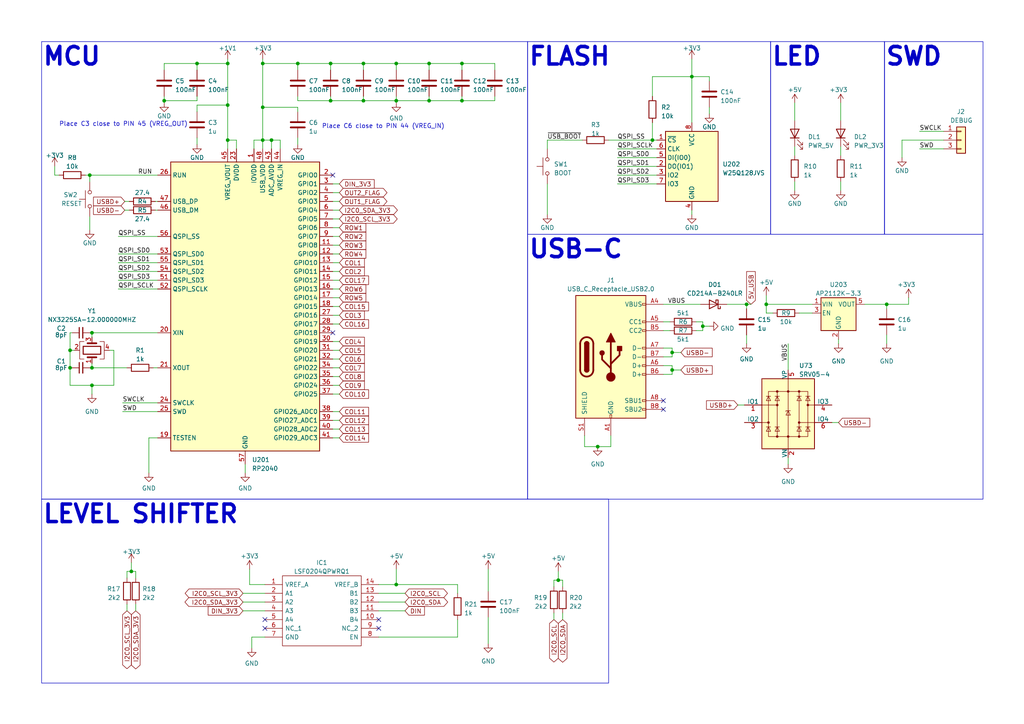
<source format=kicad_sch>
(kicad_sch (version 20231120) (generator "eeschema") (generator_version "8.0")
  (paper "A4")
  (title_block (title "The Typeuwu") (date "2025-01-14") (rev "1.0") (company "FG Labs"))
  (lib_symbols
    (symbol "Connector:USB_C_Receptacle_USB2.0" (pin_names (offset 1.016))
      (property "Reference" "J" (at -10.16 19.05 0))
      (property "Value" "USB_C_Receptacle_USB2.0" (at 19.05 19.05 0))
      (symbol "USB_C_Receptacle_USB2.0_1_1"
        (pin passive line (at 0 -22.86 90) (length 5.08) (name "GND") (number "A1"))
        (pin passive line (at 0 -22.86 90) (length 5.08) hide (name "GND") (number "A12"))
        (pin passive line (at 15.24 15.24 180) (length 5.08) (name "VBUS") (number "A4"))
        (pin bidirectional line (at 15.24 10.16 180) (length 5.08) (name "CC1") (number "A5"))
        (pin bidirectional line (at 15.24 -2.54 180) (length 5.08) (name "D+") (number "A6"))
        (pin bidirectional line (at 15.24 2.54 180) (length 5.08) (name "D-") (number "A7"))
        (pin bidirectional line (at 15.24 -12.7 180) (length 5.08) (name "SBU1") (number "A8"))
        (pin passive line (at 15.24 15.24 180) (length 5.08) hide (name "VBUS") (number "A9"))
        (pin passive line (at 0 -22.86 90) (length 5.08) hide (name "GND") (number "B1"))
        (pin passive line (at 0 -22.86 90) (length 5.08) hide (name "GND") (number "B12"))
        (pin passive line (at 15.24 15.24 180) (length 5.08) hide (name "VBUS") (number "B4"))
        (pin bidirectional line (at 15.24 7.62 180) (length 5.08) (name "CC2") (number "B5"))
        (pin bidirectional line (at 15.24 -5.08 180) (length 5.08) (name "D+") (number "B6"))
        (pin bidirectional line (at 15.24 0 180) (length 5.08) (name "D-") (number "B7"))
        (pin bidirectional line (at 15.24 -15.24 180) (length 5.08) (name "SBU2") (number "B8"))
        (pin passive line (at 15.24 15.24 180) (length 5.08) hide (name "VBUS") (number "B9"))
        (pin passive line (at -7.62 -22.86 90) (length 5.08) (name "SHIELD") (number "S1"))
      )
    )
    (symbol "Connector_Generic:Conn_01x03" (pin_names (offset 1.016) hide)
      (property "Reference" "J" (at 0 5.08 0))
      (property "Value" "Conn_01x03" (at 0 -5.08 0))
      (symbol "Conn_01x03_1_1"
        (pin passive line (at -5.08 2.54 0) (length 3.81) (name "Pin_1") (number "1"))
        (pin passive line (at -5.08 0 0) (length 3.81) (name "Pin_2") (number "2"))
        (pin passive line (at -5.08 -2.54 0) (length 3.81) (name "Pin_3") (number "3"))
      )
    )
    (symbol "Device:C" (pin_numbers hide) (pin_names (offset 0.254))
      (property "Reference" "C" (at 0.635 2.54 0))
      (property "Value" "C" (at 0.635 -2.54 0))
      (symbol "C_1_1"
        (pin passive line (at 0 3.81 270) (length 2.794) (name "~") (number "1"))
        (pin passive line (at 0 -3.81 90) (length 2.794) (name "~") (number "2"))
      )
    )
    (symbol "Device:C_Small" (pin_numbers hide) (pin_names (offset 0.254) hide)
      (property "Reference" "C" (at 0.254 1.778 0))
      (property "Value" "C_Small" (at 0.254 -2.032 0))
      (symbol "C_Small_1_1"
        (pin passive line (at 0 2.54 270) (length 2.032) (name "~") (number "1"))
        (pin passive line (at 0 -2.54 90) (length 2.032) (name "~") (number "2"))
      )
    )
    (symbol "Device:Crystal_GND24" (pin_names (offset 1.016) hide)
      (property "Reference" "Y" (at 3.175 5.08 0))
      (property "Value" "Crystal_GND24" (at 3.175 3.175 0))
      (symbol "Crystal_GND24_1_1"
        (pin passive line (at -3.81 0 0) (length 1.27) (name "1") (number "1"))
        (pin passive line (at 0 5.08 270) (length 1.27) (name "2") (number "2"))
        (pin passive line (at 3.81 0 180) (length 1.27) (name "3") (number "3"))
        (pin passive line (at 0 -5.08 90) (length 1.27) (name "4") (number "4"))
      )
    )
    (symbol "Device:D_Schottky" (pin_numbers hide) (pin_names (offset 1.016) hide)
      (property "Reference" "D" (at 0 2.54 0))
      (property "Value" "D_Schottky" (at 0 -2.54 0))
      (symbol "D_Schottky_1_1"
        (pin passive line (at -3.81 0 0) (length 2.54) (name "K") (number "1"))
        (pin passive line (at 3.81 0 180) (length 2.54) (name "A") (number "2"))
      )
    )
    (symbol "Device:LED" (pin_numbers hide) (pin_names (offset 1.016) hide)
      (property "Reference" "D" (at 0 2.54 0))
      (property "Value" "LED" (at 0 -2.54 0))
      (symbol "LED_1_1"
        (pin passive line (at -3.81 0 0) (length 2.54) (name "K") (number "1"))
        (pin passive line (at 3.81 0 180) (length 2.54) (name "A") (number "2"))
      )
    )
    (symbol "Device:R" (pin_numbers hide) (pin_names (offset 0))
      (property "Reference" "R" (at 2.032 0 90))
      (property "Value" "R" (at 0 0 90))
      (symbol "R_1_1"
        (pin passive line (at 0 3.81 270) (length 1.27) (name "~") (number "1"))
        (pin passive line (at 0 -3.81 90) (length 1.27) (name "~") (number "2"))
      )
    )
    (symbol "MCU_RaspberryPi:RP2040"
      (property "Reference" "U" (at 17.78 45.72 0))
      (property "Value" "RP2040" (at 17.78 43.18 0))
      (symbol "RP2040_1_1"
        (pin power_in line (at 2.54 45.72 270) (length 3.81) (name "IOVDD") (number "1"))
        (pin passive line (at 2.54 45.72 270) (length 3.81) hide (name "IOVDD") (number "10"))
        (pin bidirectional line (at 25.4 17.78 180) (length 3.81) (name "GPIO8") (number "11"))
        (pin bidirectional line (at 25.4 15.24 180) (length 3.81) (name "GPIO9") (number "12"))
        (pin bidirectional line (at 25.4 12.7 180) (length 3.81) (name "GPIO10") (number "13"))
        (pin bidirectional line (at 25.4 10.16 180) (length 3.81) (name "GPIO11") (number "14"))
        (pin bidirectional line (at 25.4 7.62 180) (length 3.81) (name "GPIO12") (number "15"))
        (pin bidirectional line (at 25.4 5.08 180) (length 3.81) (name "GPIO13") (number "16"))
        (pin bidirectional line (at 25.4 2.54 180) (length 3.81) (name "GPIO14") (number "17"))
        (pin bidirectional line (at 25.4 0 180) (length 3.81) (name "GPIO15") (number "18"))
        (pin input line (at -25.4 -38.1 0) (length 3.81) (name "TESTEN") (number "19"))
        (pin bidirectional line (at 25.4 38.1 180) (length 3.81) (name "GPIO0") (number "2"))
        (pin input line (at -25.4 -7.62 0) (length 3.81) (name "XIN") (number "20"))
        (pin passive line (at -25.4 -17.78 0) (length 3.81) (name "XOUT") (number "21"))
        (pin passive line (at 2.54 45.72 270) (length 3.81) hide (name "IOVDD") (number "22"))
        (pin power_in line (at -2.54 45.72 270) (length 3.81) (name "DVDD") (number "23"))
        (pin input line (at -25.4 -27.94 0) (length 3.81) (name "SWCLK") (number "24"))
        (pin bidirectional line (at -25.4 -30.48 0) (length 3.81) (name "SWD") (number "25"))
        (pin input line (at -25.4 38.1 0) (length 3.81) (name "RUN") (number "26"))
        (pin bidirectional line (at 25.4 -2.54 180) (length 3.81) (name "GPIO16") (number "27"))
        (pin bidirectional line (at 25.4 -5.08 180) (length 3.81) (name "GPIO17") (number "28"))
        (pin bidirectional line (at 25.4 -7.62 180) (length 3.81) (name "GPIO18") (number "29"))
        (pin bidirectional line (at 25.4 35.56 180) (length 3.81) (name "GPIO1") (number "3"))
        (pin bidirectional line (at 25.4 -10.16 180) (length 3.81) (name "GPIO19") (number "30"))
        (pin bidirectional line (at 25.4 -12.7 180) (length 3.81) (name "GPIO20") (number "31"))
        (pin bidirectional line (at 25.4 -15.24 180) (length 3.81) (name "GPIO21") (number "32"))
        (pin passive line (at 2.54 45.72 270) (length 3.81) hide (name "IOVDD") (number "33"))
        (pin bidirectional line (at 25.4 -17.78 180) (length 3.81) (name "GPIO22") (number "34"))
        (pin bidirectional line (at 25.4 -20.32 180) (length 3.81) (name "GPIO23") (number "35"))
        (pin bidirectional line (at 25.4 -22.86 180) (length 3.81) (name "GPIO24") (number "36"))
        (pin bidirectional line (at 25.4 -25.4 180) (length 3.81) (name "GPIO25") (number "37"))
        (pin bidirectional line (at 25.4 -30.48 180) (length 3.81) (name "GPIO26_ADC0") (number "38"))
        (pin bidirectional line (at 25.4 -33.02 180) (length 3.81) (name "GPIO27_ADC1") (number "39"))
        (pin bidirectional line (at 25.4 33.02 180) (length 3.81) (name "GPIO2") (number "4"))
        (pin bidirectional line (at 25.4 -35.56 180) (length 3.81) (name "GPIO28_ADC2") (number "40"))
        (pin bidirectional line (at 25.4 -38.1 180) (length 3.81) (name "GPIO29_ADC3") (number "41"))
        (pin passive line (at 2.54 45.72 270) (length 3.81) hide (name "IOVDD") (number "42"))
        (pin power_in line (at 7.62 45.72 270) (length 3.81) (name "ADC_AVDD") (number "43"))
        (pin power_in line (at 10.16 45.72 270) (length 3.81) (name "VREG_IN") (number "44"))
        (pin power_out line (at -5.08 45.72 270) (length 3.81) (name "VREG_VOUT") (number "45"))
        (pin bidirectional line (at -25.4 27.94 0) (length 3.81) (name "USB_DM") (number "46"))
        (pin bidirectional line (at -25.4 30.48 0) (length 3.81) (name "USB_DP") (number "47"))
        (pin power_in line (at 5.08 45.72 270) (length 3.81) (name "USB_VDD") (number "48"))
        (pin passive line (at 2.54 45.72 270) (length 3.81) hide (name "IOVDD") (number "49"))
        (pin bidirectional line (at 25.4 30.48 180) (length 3.81) (name "GPIO3") (number "5"))
        (pin passive line (at -2.54 45.72 270) (length 3.81) hide (name "DVDD") (number "50"))
        (pin bidirectional line (at -25.4 7.62 0) (length 3.81) (name "QSPI_SD3") (number "51"))
        (pin output line (at -25.4 5.08 0) (length 3.81) (name "QSPI_SCLK") (number "52"))
        (pin bidirectional line (at -25.4 15.24 0) (length 3.81) (name "QSPI_SD0") (number "53"))
        (pin bidirectional line (at -25.4 10.16 0) (length 3.81) (name "QSPI_SD2") (number "54"))
        (pin bidirectional line (at -25.4 12.7 0) (length 3.81) (name "QSPI_SD1") (number "55"))
        (pin bidirectional line (at -25.4 20.32 0) (length 3.81) (name "QSPI_SS") (number "56"))
        (pin power_in line (at 0 -45.72 90) (length 3.81) (name "GND") (number "57"))
        (pin bidirectional line (at 25.4 27.94 180) (length 3.81) (name "GPIO4") (number "6"))
        (pin bidirectional line (at 25.4 25.4 180) (length 3.81) (name "GPIO5") (number "7"))
        (pin bidirectional line (at 25.4 22.86 180) (length 3.81) (name "GPIO6") (number "8"))
        (pin bidirectional line (at 25.4 20.32 180) (length 3.81) (name "GPIO7") (number "9"))
      )
    )
    (symbol "Memory_Flash:W25Q128JVS"
      (property "Reference" "U" (at -8.89 8.89 0))
      (property "Value" "W25Q128JVS" (at 7.62 8.89 0))
      (symbol "W25Q128JVS_1_1"
        (pin input line (at -10.16 7.62 0) (length 2.54) (name "~{CS}") (number "1"))
        (pin bidirectional line (at -10.16 0 0) (length 2.54) (name "DO(IO1)") (number "2"))
        (pin bidirectional line (at -10.16 -2.54 0) (length 2.54) (name "IO2") (number "3"))
        (pin power_in line (at 0 -12.7 90) (length 2.54) (name "GND") (number "4"))
        (pin bidirectional line (at -10.16 2.54 0) (length 2.54) (name "DI(IO0)") (number "5"))
        (pin input line (at -10.16 5.08 0) (length 2.54) (name "CLK") (number "6"))
        (pin bidirectional line (at -10.16 -5.08 0) (length 2.54) (name "IO3") (number "7"))
        (pin power_in line (at 0 12.7 270) (length 2.54) (name "VCC") (number "8"))
      )
    )
    (symbol "Power_Protection:SRV05-4" (pin_names (offset 0))
      (property "Reference" "U" (at -5.08 11.43 0))
      (property "Value" "SRV05-4" (at 2.54 11.43 0))
      (symbol "SRV05-4_1_1"
        (pin passive line (at -12.7 2.54 0) (length 5.08) (name "IO1") (number "1"))
        (pin passive line (at 0 -12.7 90) (length 2.54) (name "VN") (number "2"))
        (pin passive line (at -12.7 -2.54 0) (length 5.08) (name "IO2") (number "3"))
        (pin passive line (at 12.7 2.54 180) (length 5.08) (name "IO3") (number "4"))
        (pin passive line (at 0 12.7 270) (length 2.54) (name "VP") (number "5"))
        (pin passive line (at 12.7 -2.54 180) (length 5.08) (name "IO4") (number "6"))
      )
    )
    (symbol "Regulator_Linear:AP2112K-3.3" (pin_names (offset 0.254))
      (property "Reference" "U" (at -5.08 5.715 0))
      (property "Value" "AP2112K-3.3" (at 0 5.715 0))
      (symbol "AP2112K-3.3_1_1"
        (pin power_in line (at -7.62 2.54 0) (length 2.54) (name "VIN") (number "1"))
        (pin power_in line (at 0 -7.62 90) (length 2.54) (name "GND") (number "2"))
        (pin input line (at -7.62 0 0) (length 2.54) (name "EN") (number "3"))
        (pin no_connect line (at 5.08 0 180) (length 2.54) hide (name "NC") (number "4"))
        (pin power_out line (at 7.62 2.54 180) (length 2.54) (name "VOUT") (number "5"))
      )
    )
    (symbol "SamacSys_Parts:LSF0204QPWRQ1" (pin_names (offset 0.762))
      (property "Reference" "IC" (at 29.21 7.62 0))
      (property "Value" "LSF0204QPWRQ1" (at 29.21 5.08 0))
      (symbol "LSF0204QPWRQ1_0_0"
        (pin passive line (at 0 0 0) (length 5.08) (name "VREF_A") (number "1"))
        (pin passive line (at 33.02 -10.16 180) (length 5.08) (name "B4") (number "10"))
        (pin passive line (at 33.02 -7.62 180) (length 5.08) (name "B3") (number "11"))
        (pin passive line (at 33.02 -5.08 180) (length 5.08) (name "B2") (number "12"))
        (pin passive line (at 33.02 -2.54 180) (length 5.08) (name "B1") (number "13"))
        (pin passive line (at 33.02 0 180) (length 5.08) (name "VREF_B") (number "14"))
        (pin passive line (at 0 -2.54 0) (length 5.08) (name "A1") (number "2"))
        (pin passive line (at 0 -5.08 0) (length 5.08) (name "A2") (number "3"))
        (pin passive line (at 0 -7.62 0) (length 5.08) (name "A3") (number "4"))
        (pin passive line (at 0 -10.16 0) (length 5.08) (name "A4") (number "5"))
        (pin passive line (at 0 -12.7 0) (length 5.08) (name "NC_1") (number "6"))
        (pin passive line (at 0 -15.24 0) (length 5.08) (name "GND") (number "7"))
        (pin passive line (at 33.02 -15.24 180) (length 5.08) (name "EN") (number "8"))
        (pin passive line (at 33.02 -12.7 180) (length 5.08) (name "NC_2") (number "9"))
      )
    )
    (symbol "Switch:SW_Push" (pin_numbers hide) (pin_names (offset 1.016) hide)
      (property "Reference" "SW" (at 1.27 2.54 0))
      (property "Value" "SW_Push" (at 0 -1.524 0))
      (symbol "SW_Push_0_1"
        (pin passive line (at -5.08 0 0) (length 2.54) (name "1") (number "1"))
        (pin passive line (at 5.08 0 180) (length 2.54) (name "2") (number "2"))
      )
    )
    (symbol "power:+1V1" (power) (pin_names (offset 0))
      (property "Value" "+1V1" (at 0 3.556 0))
      (symbol "+1V1_1_1"
        (pin power_in line (at 0 0 90) (length 0) hide (name "+1V1") (number "1"))
      )
    )
    (symbol "power:+3V3" (power) (pin_names (offset 0))
      (property "Value" "+3V3" (at 0 3.556 0))
      (symbol "+3V3_1_1"
        (pin power_in line (at 0 0 90) (length 0) hide (name "+3V3") (number "1"))
      )
    )
    (symbol "power:+5V" (power) (pin_names (offset 0))
      (property "Value" "+5V" (at 0 3.556 0))
      (symbol "+5V_1_1"
        (pin power_in line (at 0 0 90) (length 0) hide (name "+5V") (number "1"))
      )
    )
    (symbol "power:GND" (power) (pin_names (offset 0))
      (property "Value" "GND" (at 0 -3.81 0))
      (symbol "GND_1_1"
        (pin power_in line (at 0 0 270) (length 0) hide (name "GND") (number "1"))
      )
    )
  )
  (junction (at 66.04 30.48))
  (junction (at 216.535 88.265))
  (junction (at 95.885 29.21))
  (junction (at 20.32 101.6))
  (junction (at 86.36 18.415))
  (junction (at 38.1 165.735))
  (junction (at 26.67 106.68))
  (junction (at 189.23 40.64))
  (junction (at 26.035 50.8))
  (junction (at 194.945 107.315))
  (junction (at 114.935 18.415))
  (junction (at 124.46 18.415))
  (junction (at 173.355 129.54))
  (junction (at 20.32 106.68))
  (junction (at 26.67 96.52))
  (junction (at 200.66 22.225))
  (junction (at 76.2 18.415))
  (junction (at 161.925 168.275))
  (junction (at 78.74 40.64))
  (junction (at 105.41 29.21))
  (junction (at 47.625 29.21))
  (junction (at 133.985 29.21))
  (junction (at 95.885 18.415))
  (junction (at 57.15 18.415))
  (junction (at 194.945 102.235))
  (junction (at 66.04 40.64))
  (junction (at 222.25 88.265))
  (junction (at 114.935 169.545))
  (junction (at 76.2 40.64))
  (junction (at 133.985 18.415))
  (junction (at 105.41 18.415))
  (junction (at 203.835 94.615))
  (junction (at 66.04 18.415))
  (junction (at 76.2 31.115))
  (junction (at 26.67 111.76))
  (junction (at 124.46 29.21))
  (junction (at 114.935 29.21))
  (junction (at 257.175 88.265))
  (no_connect (at 96.52 50.8))
  (no_connect (at 192.405 116.205))
  (no_connect (at 192.405 118.745))
  (no_connect (at 96.52 96.52))
  (no_connect (at 76.835 182.245))
  (no_connect (at 109.855 179.705))
  (no_connect (at 76.835 179.705))
  (no_connect (at 109.855 182.245))
  (wire (pts (xy 105.41 18.415) (xy 105.41 20.32)))
  (wire (pts (xy 109.855 184.785) (xy 132.715 184.785)))
  (wire (pts (xy 192.405 88.265) (xy 203.2 88.265)))
  (wire (pts (xy 31.75 101.6) (xy 33.02 101.6)))
  (wire (pts (xy 201.93 95.885) (xy 203.835 95.885)))
  (wire (pts (xy 133.985 18.415) (xy 133.985 20.32)))
  (wire (pts (xy 44.45 106.68) (xy 45.72 106.68)))
  (wire (pts (xy 243.84 29.845) (xy 243.84 34.925)))
  (wire (pts (xy 169.545 126.365) (xy 169.545 129.54)))
  (wire (pts (xy 163.195 168.275) (xy 161.925 168.275)))
  (wire (pts (xy 257.175 88.265) (xy 257.175 89.535)))
  (wire (pts (xy 35.56 116.84) (xy 45.72 116.84)))
  (wire (pts (xy 36.83 165.735) (xy 38.1 165.735)))
  (wire (pts (xy 21.59 101.6) (xy 20.32 101.6)))
  (wire (pts (xy 57.15 40.005) (xy 57.15 41.91)))
  (wire (pts (xy 96.52 73.66) (xy 98.425 73.66)))
  (wire (pts (xy 71.12 137.16) (xy 71.12 134.62)))
  (wire (pts (xy 194.945 107.315) (xy 197.485 107.315)))
  (wire (pts (xy 213.995 117.475) (xy 215.9 117.475)))
  (wire (pts (xy 86.36 31.115) (xy 76.2 31.115)))
  (wire (pts (xy 114.935 18.415) (xy 114.935 20.32)))
  (wire (pts (xy 205.74 22.225) (xy 200.66 22.225)))
  (wire (pts (xy 76.2 18.415) (xy 76.2 31.115)))
  (wire (pts (xy 33.02 111.76) (xy 26.67 111.76)))
  (wire (pts (xy 160.655 177.8) (xy 160.655 179.705)))
  (wire (pts (xy 194.945 100.965) (xy 192.405 100.965)))
  (wire (pts (xy 96.52 109.22) (xy 98.425 109.22)))
  (wire (pts (xy 26.035 50.8) (xy 45.72 50.8)))
  (wire (pts (xy 20.955 96.52) (xy 20.32 96.52)))
  (wire (pts (xy 96.52 104.14) (xy 98.425 104.14)))
  (wire (pts (xy 68.58 40.64) (xy 68.58 43.18)))
  (wire (pts (xy 86.36 29.21) (xy 95.885 29.21)))
  (wire (pts (xy 47.625 29.21) (xy 57.15 29.21)))
  (wire (pts (xy 230.505 52.705) (xy 230.505 55.245)))
  (wire (pts (xy 76.835 169.545) (xy 72.39 169.545)))
  (wire (pts (xy 194.945 103.505) (xy 194.945 102.235)))
  (wire (pts (xy 39.37 165.735) (xy 38.1 165.735)))
  (wire (pts (xy 114.935 29.21) (xy 124.46 29.21)))
  (wire (pts (xy 95.885 18.415) (xy 95.885 20.32)))
  (wire (pts (xy 45.085 60.96) (xy 45.72 60.96)))
  (wire (pts (xy 96.52 127) (xy 98.425 127)))
  (wire (pts (xy 45.085 58.42) (xy 45.72 58.42)))
  (wire (pts (xy 76.2 31.115) (xy 76.2 40.64)))
  (wire (pts (xy 34.29 83.82) (xy 45.72 83.82)))
  (wire (pts (xy 222.25 90.805) (xy 222.25 88.265)))
  (wire (pts (xy 36.195 58.42) (xy 37.465 58.42)))
  (wire (pts (xy 95.885 18.415) (xy 105.41 18.415)))
  (wire (pts (xy 158.75 53.34) (xy 158.75 62.23)))
  (wire (pts (xy 17.145 50.8) (xy 15.875 50.8)))
  (wire (pts (xy 243.205 98.425) (xy 243.205 99.695)))
  (wire (pts (xy 66.04 30.48) (xy 66.04 40.64)))
  (wire (pts (xy 96.52 124.46) (xy 98.425 124.46)))
  (wire (pts (xy 73.025 184.785) (xy 73.025 187.96)))
  (wire (pts (xy 189.23 27.94) (xy 189.23 22.225)))
  (wire (pts (xy 66.04 40.64) (xy 68.58 40.64)))
  (wire (pts (xy 96.52 106.68) (xy 98.425 106.68)))
  (wire (pts (xy 26.67 111.76) (xy 26.67 114.3)))
  (wire (pts (xy 163.195 170.18) (xy 163.195 168.275)))
  (wire (pts (xy 86.36 18.415) (xy 95.885 18.415)))
  (wire (pts (xy 132.715 169.545) (xy 114.935 169.545)))
  (wire (pts (xy 39.37 167.64) (xy 39.37 165.735)))
  (wire (pts (xy 109.855 174.625) (xy 117.475 174.625)))
  (wire (pts (xy 179.07 50.8) (xy 190.5 50.8)))
  (wire (pts (xy 160.655 168.275) (xy 161.925 168.275)))
  (wire (pts (xy 81.28 40.64) (xy 78.74 40.64)))
  (wire (pts (xy 200.66 22.225) (xy 200.66 35.56)))
  (wire (pts (xy 96.52 93.98) (xy 98.425 93.98)))
  (wire (pts (xy 114.935 165.1) (xy 114.935 169.545)))
  (wire (pts (xy 132.715 172.085) (xy 132.715 169.545)))
  (wire (pts (xy 124.46 18.415) (xy 124.46 20.32)))
  (wire (pts (xy 189.23 40.64) (xy 190.5 40.64)))
  (wire (pts (xy 39.37 175.26) (xy 39.37 177.165)))
  (wire (pts (xy 105.41 29.21) (xy 105.41 27.94)))
  (wire (pts (xy 257.175 97.155) (xy 257.175 99.695)))
  (wire (pts (xy 117.475 177.165) (xy 109.855 177.165)))
  (wire (pts (xy 192.405 103.505) (xy 194.945 103.505)))
  (wire (pts (xy 230.505 29.845) (xy 230.505 34.925)))
  (wire (pts (xy 243.205 122.555) (xy 241.3 122.555)))
  (wire (pts (xy 114.935 29.21) (xy 114.935 27.94)))
  (wire (pts (xy 243.84 52.705) (xy 243.84 55.245)))
  (wire (pts (xy 76.2 17.145) (xy 76.2 18.415)))
  (wire (pts (xy 189.23 35.56) (xy 189.23 40.64)))
  (wire (pts (xy 224.155 90.805) (xy 222.25 90.805)))
  (wire (pts (xy 20.32 106.68) (xy 20.955 106.68)))
  (wire (pts (xy 26.67 106.68) (xy 26.67 105.41)))
  (wire (pts (xy 96.52 66.04) (xy 98.425 66.04)))
  (wire (pts (xy 96.52 55.88) (xy 98.425 55.88)))
  (wire (pts (xy 203.835 94.615) (xy 205.74 94.615)))
  (wire (pts (xy 114.935 18.415) (xy 124.46 18.415)))
  (wire (pts (xy 26.035 50.8) (xy 26.035 52.705)))
  (wire (pts (xy 169.545 129.54) (xy 173.355 129.54)))
  (wire (pts (xy 20.32 96.52) (xy 20.32 101.6)))
  (wire (pts (xy 96.52 88.9) (xy 98.425 88.9)))
  (wire (pts (xy 179.07 48.26) (xy 190.5 48.26)))
  (wire (pts (xy 36.83 167.64) (xy 36.83 165.735)))
  (wire (pts (xy 66.04 17.145) (xy 66.04 18.415)))
  (wire (pts (xy 96.52 78.74) (xy 98.425 78.74)))
  (wire (pts (xy 66.04 18.415) (xy 57.15 18.415)))
  (wire (pts (xy 179.07 45.72) (xy 190.5 45.72)))
  (wire (pts (xy 34.29 78.74) (xy 45.72 78.74)))
  (wire (pts (xy 86.36 40.005) (xy 86.36 41.91)))
  (wire (pts (xy 163.195 177.8) (xy 163.195 179.705)))
  (wire (pts (xy 158.75 40.64) (xy 168.91 40.64)))
  (wire (pts (xy 192.405 108.585) (xy 194.945 108.585)))
  (wire (pts (xy 200.66 60.96) (xy 200.66 62.23)))
  (wire (pts (xy 96.52 63.5) (xy 98.425 63.5)))
  (wire (pts (xy 263.525 88.265) (xy 257.175 88.265)))
  (wire (pts (xy 20.32 101.6) (xy 20.32 106.68)))
  (wire (pts (xy 273.685 40.64) (xy 261.62 40.64)))
  (wire (pts (xy 43.18 127) (xy 43.18 137.16)))
  (wire (pts (xy 98.425 53.34) (xy 96.52 53.34)))
  (wire (pts (xy 57.15 32.385) (xy 57.15 30.48)))
  (wire (pts (xy 194.31 95.885) (xy 192.405 95.885)))
  (wire (pts (xy 36.195 60.96) (xy 37.465 60.96)))
  (wire (pts (xy 15.875 50.8) (xy 15.875 48.26)))
  (wire (pts (xy 216.535 97.155) (xy 216.535 99.695)))
  (wire (pts (xy 261.62 40.64) (xy 261.62 45.72)))
  (wire (pts (xy 34.29 76.2) (xy 45.72 76.2)))
  (wire (pts (xy 70.485 177.165) (xy 76.835 177.165)))
  (wire (pts (xy 158.75 43.18) (xy 158.75 40.64)))
  (wire (pts (xy 114.935 29.21) (xy 114.935 29.845)))
  (wire (pts (xy 47.625 18.415) (xy 57.15 18.415)))
  (wire (pts (xy 124.46 18.415) (xy 133.985 18.415)))
  (wire (pts (xy 26.035 106.68) (xy 26.67 106.68)))
  (wire (pts (xy 36.83 106.68) (xy 26.67 106.68)))
  (wire (pts (xy 57.15 30.48) (xy 66.04 30.48)))
  (wire (pts (xy 109.855 172.085) (xy 117.475 172.085)))
  (wire (pts (xy 78.74 40.64) (xy 76.2 40.64)))
  (wire (pts (xy 66.04 43.18) (xy 66.04 40.64)))
  (wire (pts (xy 143.51 29.21) (xy 143.51 27.94)))
  (wire (pts (xy 26.67 96.52) (xy 45.72 96.52)))
  (wire (pts (xy 35.56 119.38) (xy 45.72 119.38)))
  (wire (pts (xy 96.52 83.82) (xy 98.425 83.82)))
  (wire (pts (xy 45.72 127) (xy 43.18 127)))
  (wire (pts (xy 263.525 86.36) (xy 263.525 88.265)))
  (wire (pts (xy 203.835 95.885) (xy 203.835 94.615)))
  (wire (pts (xy 222.25 88.265) (xy 235.585 88.265)))
  (wire (pts (xy 26.035 96.52) (xy 26.67 96.52)))
  (wire (pts (xy 33.02 101.6) (xy 33.02 111.76)))
  (wire (pts (xy 230.505 42.545) (xy 230.505 45.085)))
  (wire (pts (xy 81.28 43.18) (xy 81.28 40.64)))
  (wire (pts (xy 73.66 43.18) (xy 73.66 40.64)))
  (wire (pts (xy 78.74 43.18) (xy 78.74 40.64)))
  (wire (pts (xy 222.25 85.725) (xy 222.25 88.265)))
  (wire (pts (xy 26.035 62.865) (xy 26.035 66.675)))
  (wire (pts (xy 96.52 86.36) (xy 98.425 86.36)))
  (wire (pts (xy 250.825 88.265) (xy 257.175 88.265)))
  (wire (pts (xy 133.985 18.415) (xy 143.51 18.415)))
  (wire (pts (xy 179.07 43.18) (xy 190.5 43.18)))
  (wire (pts (xy 105.41 29.21) (xy 114.935 29.21)))
  (wire (pts (xy 216.535 88.265) (xy 216.535 89.535)))
  (wire (pts (xy 124.46 29.21) (xy 133.985 29.21)))
  (wire (pts (xy 76.835 184.785) (xy 73.025 184.785)))
  (wire (pts (xy 47.625 20.32) (xy 47.625 18.415)))
  (wire (pts (xy 86.36 18.415) (xy 86.36 20.32)))
  (wire (pts (xy 96.52 121.92) (xy 98.425 121.92)))
  (wire (pts (xy 36.83 175.26) (xy 36.83 177.165)))
  (wire (pts (xy 70.485 174.625) (xy 76.835 174.625)))
  (wire (pts (xy 95.885 29.21) (xy 105.41 29.21)))
  (wire (pts (xy 228.6 99.695) (xy 228.6 107.315)))
  (wire (pts (xy 203.835 93.345) (xy 203.835 94.615)))
  (wire (pts (xy 141.605 179.07) (xy 141.605 186.69)))
  (wire (pts (xy 243.84 42.545) (xy 243.84 45.085)))
  (wire (pts (xy 66.04 18.415) (xy 66.04 30.48)))
  (wire (pts (xy 47.625 29.21) (xy 47.625 29.845)))
  (wire (pts (xy 133.985 29.21) (xy 133.985 27.94)))
  (wire (pts (xy 194.945 106.045) (xy 192.405 106.045)))
  (wire (pts (xy 109.855 169.545) (xy 114.935 169.545)))
  (wire (pts (xy 194.31 93.345) (xy 192.405 93.345)))
  (wire (pts (xy 266.7 38.1) (xy 273.685 38.1)))
  (wire (pts (xy 266.7 43.18) (xy 273.685 43.18)))
  (wire (pts (xy 194.945 108.585) (xy 194.945 107.315)))
  (wire (pts (xy 34.29 73.66) (xy 45.72 73.66)))
  (wire (pts (xy 96.52 76.2) (xy 98.425 76.2)))
  (wire (pts (xy 57.15 27.94) (xy 57.15 29.21)))
  (wire (pts (xy 96.52 68.58) (xy 98.425 68.58)))
  (wire (pts (xy 205.74 23.495) (xy 205.74 22.225)))
  (wire (pts (xy 24.765 50.8) (xy 26.035 50.8)))
  (wire (pts (xy 47.625 27.94) (xy 47.625 29.21)))
  (wire (pts (xy 200.66 17.145) (xy 200.66 22.225)))
  (wire (pts (xy 105.41 18.415) (xy 114.935 18.415)))
  (wire (pts (xy 228.6 132.715) (xy 228.6 134.62)))
  (wire (pts (xy 210.82 88.265) (xy 216.535 88.265)))
  (wire (pts (xy 38.1 165.735) (xy 38.1 163.195)))
  (wire (pts (xy 189.23 22.225) (xy 200.66 22.225)))
  (wire (pts (xy 96.52 60.96) (xy 98.425 60.96)))
  (wire (pts (xy 57.15 20.32) (xy 57.15 18.415)))
  (wire (pts (xy 96.52 101.6) (xy 98.425 101.6)))
  (wire (pts (xy 177.165 126.365) (xy 177.165 129.54)))
  (wire (pts (xy 141.605 165.1) (xy 141.605 171.45)))
  (wire (pts (xy 73.66 40.64) (xy 76.2 40.64)))
  (wire (pts (xy 161.925 168.275) (xy 161.925 165.735)))
  (wire (pts (xy 231.775 90.805) (xy 235.585 90.805)))
  (wire (pts (xy 194.945 107.315) (xy 194.945 106.045)))
  (wire (pts (xy 86.36 29.21) (xy 86.36 27.94)))
  (wire (pts (xy 205.74 31.115) (xy 205.74 33.02)))
  (wire (pts (xy 76.2 18.415) (xy 86.36 18.415)))
  (wire (pts (xy 96.52 114.3) (xy 98.425 114.3)))
  (wire (pts (xy 72.39 169.545) (xy 72.39 165.1)))
  (wire (pts (xy 176.53 40.64) (xy 189.23 40.64)))
  (wire (pts (xy 96.52 71.12) (xy 98.425 71.12)))
  (wire (pts (xy 194.945 102.235) (xy 197.485 102.235)))
  (wire (pts (xy 70.485 172.085) (xy 76.835 172.085)))
  (wire (pts (xy 143.51 18.415) (xy 143.51 20.32)))
  (wire (pts (xy 96.52 81.28) (xy 98.425 81.28)))
  (wire (pts (xy 96.52 119.38) (xy 98.425 119.38)))
  (wire (pts (xy 95.885 29.21) (xy 95.885 27.94)))
  (wire (pts (xy 132.715 184.785) (xy 132.715 179.705)))
  (wire (pts (xy 160.655 170.18) (xy 160.655 168.275)))
  (wire (pts (xy 96.52 99.06) (xy 98.425 99.06)))
  (wire (pts (xy 194.945 102.235) (xy 194.945 100.965)))
  (wire (pts (xy 216.535 88.265) (xy 217.805 88.265)))
  (wire (pts (xy 20.32 106.68) (xy 20.32 111.76)))
  (wire (pts (xy 96.52 111.76) (xy 98.425 111.76)))
  (wire (pts (xy 201.93 93.345) (xy 203.835 93.345)))
  (wire (pts (xy 98.425 58.42) (xy 96.52 58.42)))
  (wire (pts (xy 76.2 40.64) (xy 76.2 43.18)))
  (wire (pts (xy 177.165 129.54) (xy 173.355 129.54)))
  (wire (pts (xy 34.29 81.28) (xy 45.72 81.28)))
  (wire (pts (xy 20.32 111.76) (xy 26.67 111.76)))
  (wire (pts (xy 26.67 97.79) (xy 26.67 96.52)))
  (wire (pts (xy 124.46 27.94) (xy 124.46 29.21)))
  (wire (pts (xy 96.52 91.44) (xy 98.425 91.44)))
  (wire (pts (xy 179.07 53.34) (xy 190.5 53.34)))
  (wire (pts (xy 86.36 32.385) (xy 86.36 31.115)))
  (wire (pts (xy 133.985 29.21) (xy 143.51 29.21)))
  (wire (pts (xy 34.29 68.58) (xy 45.72 68.58)))
  (rectangle (start 12.065 12.065) (end 153.035 144.78))
  (rectangle (start 256.54 12.065) (end 285.115 67.945))
  (rectangle (start 223.52 12.065) (end 256.54 67.945))
  (rectangle (start 153.035 67.945) (end 285.115 144.78))
  (rectangle (start 12.065 144.78) (end 176.53 198.12))
  (rectangle (start 153.035 12.065) (end 223.52 67.945))
  (text "MCU" (at 12.065 16.51 0) (effects (font (size 5.08 5.08) (thickness 1.016) (bold yes)) (justify left)))
  (text "LED" (at 223.52 16.51 0) (effects (font (size 5.08 5.08) (thickness 1.016) (bold yes)) (justify left)))
  (text "Place C6 close to PIN 44 (VREG_IN)" (at 93.345 37.465 0) (effects (font (size 1.27 1.27)) (justify left bottom)))
  (text "SWD" (at 256.54 16.51 0) (effects (font (size 5.08 5.08) (thickness 1.016) (bold yes)) (justify left)))
  (text "FLASH" (at 153.035 16.51 0) (effects (font (size 5.08 5.08) (thickness 1.016) (bold yes)) (justify left)))
  (text "Place C3 close to PIN 45 (VREG_OUT)" (at 17.145 36.83 0) (effects (font (size 1.27 1.27)) (justify left bottom)))
  (text "LEVEL SHIFTER" (at 12.065 149.225 0) (effects (font (size 5.08 5.08) (thickness 1.016) (bold yes)) (justify left)))
  (text "USB-C" (at 153.035 72.39 0) (effects (font (size 5.08 5.08) (thickness 1.016) (bold yes)) (justify left)))
  (label "QSPI_SCLK" (at 179.07 43.18 0))
  (label "VBUS" (at 228.6 104.775 90))
  (label "VBUS" (at 193.675 88.265 0))
  (label "SWD" (at 266.7 43.18 0))
  (label "QSPI_SD3" (at 179.07 53.34 0))
  (label "QSPI_SD1" (at 34.29 76.2 0))
  (label "QSPI_SD2" (at 34.29 78.74 0))
  (label "QSPI_SD0" (at 179.07 45.72 0))
  (label "QSPI_SD3" (at 34.29 81.28 0))
  (label "QSPI_SS" (at 179.07 40.64 0))
  (label "~{USB_BOOT}" (at 158.75 40.64 0))
  (label "QSPI_SD0" (at 34.29 73.66 0))
  (label "QSPI_SS" (at 34.29 68.58 0))
  (label "QSPI_SD1" (at 179.07 48.26 0))
  (label "SWD" (at 35.56 119.38 0))
  (label "SWCLK" (at 35.56 116.84 0))
  (label "QSPI_SD2" (at 179.07 50.8 0))
  (label "RUN" (at 40.005 50.8 0))
  (label "QSPI_SCLK" (at 34.29 83.82 0))
  (label "SWCLK" (at 266.7 38.1 0))
  (global_label "DIN_3V3" (shape input) (at 98.425 53.34 0) (property "Intersheetrefs" "${INTERSHEET_REFS}" (effects (hide yes))))
  (global_label "OUT2_FLAG" (shape bidirectional) (at 98.425 55.88 0) (property "Intersheetrefs" "${INTERSHEET_REFS}" (effects (hide yes))))
  (global_label "ROW5" (shape input) (at 98.425 86.36 0) (property "Intersheetrefs" "${INTERSHEET_REFS}" (effects (hide yes))))
  (global_label "COL12" (shape input) (at 98.425 121.92 0) (property "Intersheetrefs" "${INTERSHEET_REFS}" (effects (hide yes))))
  (global_label "COL1" (shape input) (at 98.425 76.2 0) (property "Intersheetrefs" "${INTERSHEET_REFS}" (effects (hide yes))))
  (global_label "I2C0_SCL" (shape bidirectional) (at 117.475 172.085 0) (property "Intersheetrefs" "${INTERSHEET_REFS}" (effects (hide yes))))
  (global_label "COL6" (shape input) (at 98.425 104.14 0) (property "Intersheetrefs" "${INTERSHEET_REFS}" (effects (hide yes))))
  (global_label "COL9" (shape input) (at 98.425 111.76 0) (property "Intersheetrefs" "${INTERSHEET_REFS}" (effects (hide yes))))
  (global_label "DIN" (shape input) (at 117.475 177.165 0) (property "Intersheetrefs" "${INTERSHEET_REFS}" (effects (hide yes))))
  (global_label "COL13" (shape input) (at 98.425 124.46 0) (property "Intersheetrefs" "${INTERSHEET_REFS}" (effects (hide yes))))
  (global_label "ROW4" (shape input) (at 98.425 73.66 0) (property "Intersheetrefs" "${INTERSHEET_REFS}" (effects (hide yes))))
  (global_label "USBD+" (shape input) (at 36.195 58.42 180) (property "Intersheetrefs" "${INTERSHEET_REFS}" (effects (hide yes))) (property "Netclass" "USB90" (effects (hide yes))))
  (global_label "USBD-" (shape input) (at 36.195 60.96 180) (property "Intersheetrefs" "${INTERSHEET_REFS}" (effects (hide yes))) (property "Netclass" "USB90" (effects (hide yes))))
  (global_label "COL2" (shape input) (at 98.425 78.74 0) (property "Intersheetrefs" "${INTERSHEET_REFS}" (effects (hide yes))))
  (global_label "COL10" (shape input) (at 98.425 114.3 0) (property "Intersheetrefs" "${INTERSHEET_REFS}" (effects (hide yes))))
  (global_label "COL16" (shape input) (at 98.425 93.98 0) (property "Intersheetrefs" "${INTERSHEET_REFS}" (effects (hide yes))))
  (global_label "COL4" (shape input) (at 98.425 99.06 0) (property "Intersheetrefs" "${INTERSHEET_REFS}" (effects (hide yes))))
  (global_label "COL15" (shape input) (at 98.425 88.9 0) (property "Intersheetrefs" "${INTERSHEET_REFS}" (effects (hide yes))))
  (global_label "I2C0_SDA" (shape bidirectional) (at 163.195 179.705 270) (property "Intersheetrefs" "${INTERSHEET_REFS}" (effects (hide yes))))
  (global_label "ROW1" (shape input) (at 98.425 66.04 0) (property "Intersheetrefs" "${INTERSHEET_REFS}" (effects (hide yes))))
  (global_label "COL17" (shape input) (at 98.425 81.28 0) (property "Intersheetrefs" "${INTERSHEET_REFS}" (effects (hide yes))))
  (global_label "DIN_3V3" (shape input) (at 70.485 177.165 180) (property "Intersheetrefs" "${INTERSHEET_REFS}" (effects (hide yes))))
  (global_label "I2C0_SDA_3V3" (shape bidirectional) (at 70.485 174.625 180) (property "Intersheetrefs" "${INTERSHEET_REFS}" (effects (hide yes))))
  (global_label "ROW2" (shape input) (at 98.425 68.58 0) (property "Intersheetrefs" "${INTERSHEET_REFS}" (effects (hide yes))))
  (global_label "USBD-" (shape input) (at 197.485 102.235 0) (property "Intersheetrefs" "${INTERSHEET_REFS}" (effects (hide yes))) (property "Netclass" "USB90" (effects (hide yes))))
  (global_label "COL3" (shape input) (at 98.425 91.44 0) (property "Intersheetrefs" "${INTERSHEET_REFS}" (effects (hide yes))))
  (global_label "COL14" (shape input) (at 98.425 127 0) (property "Intersheetrefs" "${INTERSHEET_REFS}" (effects (hide yes))))
  (global_label "I2C0_SCL_3V3" (shape bidirectional) (at 98.425 63.5 0) (property "Intersheetrefs" "${INTERSHEET_REFS}" (effects (hide yes))))
  (global_label "I2C0_SDA_3V3" (shape bidirectional) (at 98.425 60.96 0) (property "Intersheetrefs" "${INTERSHEET_REFS}" (effects (hide yes))))
  (global_label "ROW3" (shape input) (at 98.425 71.12 0) (property "Intersheetrefs" "${INTERSHEET_REFS}" (effects (hide yes))))
  (global_label "I2C0_SCL_3V3" (shape bidirectional) (at 36.83 177.165 270) (property "Intersheetrefs" "${INTERSHEET_REFS}" (effects (hide yes))))
  (global_label "5V_USB" (shape input) (at 217.805 88.265 90) (property "Intersheetrefs" "${INTERSHEET_REFS}" (effects (hide yes))))
  (global_label "I2C0_SCL_3V3" (shape bidirectional) (at 70.485 172.085 180) (property "Intersheetrefs" "${INTERSHEET_REFS}" (effects (hide yes))))
  (global_label "I2C0_SDA" (shape bidirectional) (at 117.475 174.625 0) (property "Intersheetrefs" "${INTERSHEET_REFS}" (effects (hide yes))))
  (global_label "USBD+" (shape input) (at 213.995 117.475 180) (property "Intersheetrefs" "${INTERSHEET_REFS}" (effects (hide yes))) (property "Netclass" "USB90" (effects (hide yes))))
  (global_label "I2C0_SDA_3V3" (shape bidirectional) (at 39.37 177.165 270) (property "Intersheetrefs" "${INTERSHEET_REFS}" (effects (hide yes))))
  (global_label "COL7" (shape input) (at 98.425 106.68 0) (property "Intersheetrefs" "${INTERSHEET_REFS}" (effects (hide yes))))
  (global_label "COL8" (shape input) (at 98.425 109.22 0) (property "Intersheetrefs" "${INTERSHEET_REFS}" (effects (hide yes))))
  (global_label "COL11" (shape input) (at 98.425 119.38 0) (property "Intersheetrefs" "${INTERSHEET_REFS}" (effects (hide yes))))
  (global_label "OUT1_FLAG" (shape bidirectional) (at 98.425 58.42 0) (property "Intersheetrefs" "${INTERSHEET_REFS}" (effects (hide yes))))
  (global_label "ROW6" (shape input) (at 98.425 83.82 0) (property "Intersheetrefs" "${INTERSHEET_REFS}" (effects (hide yes))))
  (global_label "I2C0_SCL" (shape bidirectional) (at 160.655 179.705 270) (property "Intersheetrefs" "${INTERSHEET_REFS}" (effects (hide yes))))
  (global_label "USBD-" (shape input) (at 243.205 122.555 0) (property "Intersheetrefs" "${INTERSHEET_REFS}" (effects (hide yes))) (property "Netclass" "USB90" (effects (hide yes))))
  (global_label "COL5" (shape input) (at 98.425 101.6 0) (property "Intersheetrefs" "${INTERSHEET_REFS}" (effects (hide yes))))
  (global_label "USBD+" (shape input) (at 197.485 107.315 0) (property "Intersheetrefs" "${INTERSHEET_REFS}" (effects (hide yes))) (property "Netclass" "USB90" (effects (hide yes))))
  (symbol (lib_id "power:+3V3") (at 38.1 163.195 0) (unit 1)
    (property "Reference" "#PWR071" (effects (hide yes)))
    (property "Value" "+3V3" (at 38.1 160.02 0))
  )
  (symbol (lib_id "power:GND") (at 261.62 45.72 0) (unit 1)
    (property "Reference" "#PWR023" (effects (hide yes)))
    (property "Value" "GND" (at 261.62 49.53 0))
  )
  (symbol (lib_id "power:+5V") (at 114.935 165.1 0) (unit 1)
    (property "Reference" "#PWR077" (effects (hide yes)))
    (property "Value" "+5V" (at 114.935 161.29 0))
  )
  (symbol (lib_id "power:GND") (at 43.18 137.16 0) (unit 1)
    (property "Reference" "#PWR09" (effects (hide yes)))
    (property "Value" "GND" (at 43.18 141.605 0))
  )
  (symbol (lib_id "Device:C") (at 114.935 24.13 0) (unit 1)
    (property "Reference" "C10" (at 118.11 23.495 0) (effects (justify left)))
    (property "Value" "100nF" (at 118.11 26.035 0) (effects (justify left)))
    (property "Footprint" "Capacitor_SMD:C_0603_1608Metric" (effects (hide yes)))
  )
  (symbol (lib_id "power:+3V3") (at 200.66 17.145 0) (unit 1)
    (property "Reference" "#PWR06" (effects (hide yes)))
    (property "Value" "+3V3" (at 200.66 13.97 0))
  )
  (symbol (lib_id "power:+3V3") (at 243.84 29.845 0) (unit 1)
    (property "Reference" "#PWR018" (effects (hide yes)))
    (property "Value" "+3V3" (at 243.205 26.035 0))
  )
  (symbol (lib_id "power:GND") (at 26.035 66.675 0) (unit 1)
    (property "Reference" "#PWR022" (effects (hide yes)))
    (property "Value" "GND" (at 26.035 70.485 0))
  )
  (symbol (lib_id "power:GND") (at 141.605 186.69 0) (unit 1)
    (property "Reference" "#PWR089" (effects (hide yes)))
    (property "Value" "GND" (at 141.605 191.77 0))
  )
  (symbol (lib_id "power:GND") (at 57.15 41.91 0) (unit 1)
    (property "Reference" "#PWR02" (effects (hide yes)))
    (property "Value" "GND" (at 57.15 45.72 0))
  )
  (symbol (lib_id "Device:R") (at 198.12 93.345 90) (unit 1)
    (property "Reference" "R6" (at 198.12 93.345 90))
    (property "Value" "5k1" (at 198.12 90.805 90))
    (property "Footprint" "Resistor_SMD:R_0603_1608Metric" (effects (hide yes)))
  )
  (symbol (lib_id "power:GND") (at 173.355 129.54 0) (unit 1)
    (property "Reference" "#PWR013" (effects (hide yes)))
    (property "Value" "GND" (at 173.355 134.62 0))
  )
  (symbol (lib_id "Device:R") (at 230.505 48.895 0) (unit 1)
    (property "Reference" "R10" (at 233.045 48.26 0) (effects (justify left)))
    (property "Value" "1k" (at 233.045 50.8 0) (effects (justify left)))
    (property "Footprint" "Resistor_SMD:R_0603_1608Metric" (effects (hide yes)))
  )
  (symbol (lib_id "power:+5V") (at 141.605 165.1 0) (unit 1)
    (property "Reference" "#PWR086" (effects (hide yes)))
    (property "Value" "+5V" (at 141.605 161.29 0))
  )
  (symbol (lib_id "Device:C_Small") (at 23.495 106.68 90) (unit 1)
    (property "Reference" "C1" (at 17.78 104.775 90))
    (property "Value" "8pF" (at 17.78 106.68 90))
    (property "Footprint" "Capacitor_SMD:C_0603_1608Metric" (effects (hide yes)))
  )
  (symbol (lib_id "Device:C") (at 216.535 93.345 0) (unit 1)
    (property "Reference" "C15" (at 219.71 92.71 0) (effects (justify left)))
    (property "Value" "1u" (at 219.71 95.25 0) (effects (justify left)))
    (property "Footprint" "Capacitor_SMD:C_0603_1608Metric" (effects (hide yes)))
  )
  (symbol (lib_id "power:+3V3") (at 15.875 48.26 0) (unit 1)
    (property "Reference" "#PWR014" (effects (hide yes)))
    (property "Value" "+3V3" (at 15.875 45.085 0))
  )
  (symbol (lib_id "power:GND") (at 158.75 62.23 0) (unit 1)
    (property "Reference" "#PWR08" (effects (hide yes)))
    (property "Value" "GND" (at 158.75 66.04 0))
  )
  (symbol (lib_id "Device:R") (at 20.955 50.8 90) (unit 1)
    (property "Reference" "R8" (at 20.955 45.72 90))
    (property "Value" "10k" (at 20.955 48.26 90))
    (property "Footprint" "Resistor_SMD:R_0603_1608Metric" (effects (hide yes)))
  )
  (symbol (lib_id "Power_Protection:SRV05-4") (at 228.6 120.015 0) (unit 1)
    (property "Reference" "U73" (at 231.7497 106.045 0) (effects (justify left)))
    (property "Value" "SRV05-4" (at 231.7497 108.585 0) (effects (justify left)))
    (property "Footprint" "Package_TO_SOT_SMD:SOT-23-6" (effects (hide yes)))
    (property "Datasheet" "http://www.onsemi.com/pub/Collateral/SRV05-4-D.PDF" (effects (hide yes)))
  )
  (symbol (lib_id "power:+5V") (at 230.505 29.845 0) (unit 1)
    (property "Reference" "#PWR025" (effects (hide yes)))
    (property "Value" "+5V" (at 230.505 26.035 0))
  )
  (symbol (lib_id "power:GND") (at 26.67 114.3 0) (unit 1)
    (property "Reference" "#PWR01" (effects (hide yes)))
    (property "Value" "GND" (at 26.67 119.38 0))
  )
  (symbol (lib_id "power:+5V") (at 161.925 165.735 0) (unit 1)
    (property "Reference" "#PWR080" (effects (hide yes)))
    (property "Value" "+5V" (at 161.925 161.925 0))
  )
  (symbol (lib_id "power:GND") (at 47.625 29.845 0) (unit 1)
    (property "Reference" "#PWR053" (effects (hide yes)))
    (property "Value" "GND" (at 47.625 33.655 0))
  )
  (symbol (lib_id "power:+3V3") (at 76.2 17.145 0) (unit 1)
    (property "Reference" "#PWR05" (effects (hide yes)))
    (property "Value" "+3V3" (at 76.2 13.97 0))
  )
  (symbol (lib_id "Memory_Flash:W25Q128JVS") (at 200.66 48.26 0) (unit 1)
    (property "Reference" "U202" (at 209.55 47.625 0) (effects (justify left)))
    (property "Value" "W25Q128JVS" (at 209.55 50.165 0) (effects (justify left)))
    (property "Footprint" "Package_SO:SOIC-8_5.23x5.23mm_P1.27mm" (effects (hide yes)))
    (property "Datasheet" "http://www.winbond.com/resource-files/w25q128jv_dtr%20revc%2003272018%20plus.pdf" (effects (hide yes)))
  )
  (symbol (lib_id "Device:C") (at 124.46 24.13 0) (unit 1)
    (property "Reference" "C11" (at 127.635 23.495 0) (effects (justify left)))
    (property "Value" "100nF" (at 127.635 26.035 0) (effects (justify left)))
    (property "Footprint" "Capacitor_SMD:C_0603_1608Metric" (effects (hide yes)))
  )
  (symbol (lib_id "power:GND") (at 216.535 99.695 0) (unit 1)
    (property "Reference" "#PWR015" (effects (hide yes)))
    (property "Value" "GND" (at 216.535 104.14 0))
  )
  (symbol (lib_id "Device:C") (at 143.51 24.13 0) (unit 1)
    (property "Reference" "C13" (at 146.685 23.495 0) (effects (justify left)))
    (property "Value" "100nF" (at 146.685 26.035 0) (effects (justify left)))
    (property "Footprint" "Capacitor_SMD:C_0603_1608Metric" (effects (hide yes)))
  )
  (symbol (lib_id "Device:C") (at 57.15 36.195 0) (unit 1)
    (property "Reference" "C3" (at 60.325 35.56 0) (effects (justify left)))
    (property "Value" "1u" (at 60.325 38.1 0) (effects (justify left)))
    (property "Footprint" "Capacitor_SMD:C_0603_1608Metric" (effects (hide yes)))
  )
  (symbol (lib_id "power:GND") (at 257.175 99.695 0) (unit 1)
    (property "Reference" "#PWR017" (effects (hide yes)))
    (property "Value" "GND" (at 257.175 104.775 0))
  )
  (symbol (lib_id "Device:R") (at 41.275 58.42 90) (unit 1)
    (property "Reference" "R4" (at 41.275 58.42 90))
    (property "Value" "27.4" (at 41.275 55.88 90))
    (property "Footprint" "Resistor_SMD:R_0603_1608Metric" (effects (hide yes)))
  )
  (symbol (lib_id "MCU_RaspberryPi:RP2040") (at 71.12 88.9 0) (unit 1)
    (property "Reference" "U201" (at 73.0759 133.35 0) (effects (justify left)))
    (property "Value" "RP2040" (at 73.0759 135.89 0) (effects (justify left)))
    (property "Footprint" "Package_DFN_QFN:QFN-56-1EP_7x7mm_P0.4mm_EP3.2x3.2mm" (effects (hide yes)))
    (property "Datasheet" "https://datasheets.raspberrypi.com/rp2040/rp2040-datasheet.pdf" (effects (hide yes)))
  )
  (symbol (lib_id "Regulator_Linear:AP2112K-3.3") (at 243.205 90.805 0) (unit 1)
    (property "Reference" "U203" (at 243.205 82.55 0))
    (property "Value" "AP2112K-3.3" (at 243.205 85.09 0))
    (property "Footprint" "Package_TO_SOT_SMD:SOT-23-5" (effects (hide yes)))
    (property "Datasheet" "https://www.diodes.com/assets/Datasheets/AP2112.pdf" (effects (hide yes)))
  )
  (symbol (lib_id "power:+1V1") (at 66.04 17.145 0) (unit 1)
    (property "Reference" "#PWR03" (effects (hide yes)))
    (property "Value" "+1V1" (at 66.04 13.97 0))
  )
  (symbol (lib_id "Connector_Generic:Conn_01x03") (at 278.765 40.64 0) (unit 1)
    (property "Reference" "J2" (at 277.495 32.385 0) (effects (justify left)))
    (property "Value" "DEBUG" (at 275.59 34.925 0) (effects (justify left)))
    (property "Footprint" "Connector_PinHeader_2.54mm:PinHeader_1x03_P2.54mm_Vertical" (effects (hide yes)))
  )
  (symbol (lib_id "Device:R") (at 41.275 60.96 90) (unit 1)
    (property "Reference" "R5" (at 41.275 60.96 90))
    (property "Value" "27.4" (at 41.275 63.5 90))
    (property "Footprint" "Resistor_SMD:R_0603_1608Metric" (effects (hide yes)))
  )
  (symbol (lib_id "power:GND") (at 243.84 55.245 0) (unit 1)
    (property "Reference" "#PWR020" (effects (hide yes)))
    (property "Value" "GND" (at 243.84 59.055 0))
  )
  (symbol (lib_id "Device:C") (at 257.175 93.345 0) (unit 1)
    (property "Reference" "C16" (at 260.35 92.71 0) (effects (justify left)))
    (property "Value" "1u" (at 260.35 95.25 0) (effects (justify left)))
    (property "Footprint" "Capacitor_SMD:C_0603_1608Metric" (effects (hide yes)))
  )
  (symbol (lib_id "Device:LED") (at 230.505 38.735 90) (unit 1)
    (property "Reference" "DL1" (at 234.315 39.6875 90) (effects (justify right)))
    (property "Value" "PWR_5V" (at 234.315 42.2275 90) (effects (justify right)))
    (property "Footprint" "Diode_SMD:D_0603_1608Metric" (effects (hide yes)))
  )
  (symbol (lib_id "Device:C") (at 133.985 24.13 0) (unit 1)
    (property "Reference" "C12" (at 137.16 23.495 0) (effects (justify left)))
    (property "Value" "100nF" (at 137.16 26.035 0) (effects (justify left)))
    (property "Footprint" "Capacitor_SMD:C_0603_1608Metric" (effects (hide yes)))
  )
  (symbol (lib_id "Device:R") (at 198.12 95.885 90) (unit 1)
    (property "Reference" "R7" (at 198.12 95.885 90))
    (property "Value" "5k1" (at 198.12 98.425 90))
    (property "Footprint" "Resistor_SMD:R_0603_1608Metric" (effects (hide yes)))
  )
  (symbol (lib_id "Device:R") (at 40.64 106.68 90) (unit 1)
    (property "Reference" "R1" (at 40.64 101.6 90))
    (property "Value" "1k" (at 40.64 104.14 90))
    (property "Footprint" "Resistor_SMD:R_0603_1608Metric" (effects (hide yes)))
  )
  (symbol (lib_id "power:GND") (at 200.66 62.23 0) (unit 1)
    (property "Reference" "#PWR011" (effects (hide yes)))
    (property "Value" "GND" (at 200.66 66.04 0))
  )
  (symbol (lib_id "Device:R") (at 132.715 175.895 0) (unit 1)
    (property "Reference" "R21" (at 134.62 175.26 0) (effects (justify left)))
    (property "Value" "1k" (at 134.62 177.8 0) (effects (justify left)))
    (property "Footprint" "Resistor_SMD:R_0603_1608Metric" (effects (hide yes)))
  )
  (symbol (lib_id "Device:R") (at 243.84 48.895 0) (unit 1)
    (property "Reference" "R11" (at 246.38 48.26 0) (effects (justify left)))
    (property "Value" "1k" (at 246.38 50.8 0) (effects (justify left)))
    (property "Footprint" "Resistor_SMD:R_0603_1608Metric" (effects (hide yes)))
  )
  (symbol (lib_id "Switch:SW_Push") (at 26.035 57.785 90) (unit 1)
    (property "Reference" "SW2" (at 18.415 56.515 90) (effects (justify right)))
    (property "Value" "RESET" (at 17.78 59.055 90) (effects (justify right)))
    (property "Footprint" "SamacSys:PTS636SP50SMTRLFS" (effects (hide yes)))
  )
  (symbol (lib_id "Device:D_Schottky") (at 207.01 88.265 180) (unit 1)
    (property "Reference" "D01" (at 207.3275 82.55 0))
    (property "Value" "CD214A-B240LR" (at 207.3275 85.09 0))
    (property "Footprint" "Diode_custom:CD214A-B240LR" (effects (hide yes)))
  )
  (symbol (lib_id "power:GND") (at 73.025 187.96 0) (unit 1)
    (property "Reference" "#PWR083" (effects (hide yes)))
    (property "Value" "GND" (at 73.025 192.405 0))
  )
  (symbol (lib_id "Device:C") (at 95.885 24.13 0) (unit 1)
    (property "Reference" "C8" (at 99.06 23.495 0) (effects (justify left)))
    (property "Value" "100nF" (at 99.06 26.035 0) (effects (justify left)))
    (property "Footprint" "Capacitor_SMD:C_0603_1608Metric" (effects (hide yes)))
  )
  (symbol (lib_id "Device:C") (at 141.605 175.26 0) (unit 1)
    (property "Reference" "C17" (at 144.78 174.625 0) (effects (justify left)))
    (property "Value" "100nF" (at 144.78 177.165 0) (effects (justify left)))
    (property "Footprint" "Capacitor_SMD:C_0603_1608Metric" (effects (hide yes)))
  )
  (symbol (lib_id "Device:C") (at 57.15 24.13 0) (unit 1)
    (property "Reference" "C4" (at 60.325 23.495 0) (effects (justify left)))
    (property "Value" "100nF" (at 60.325 26.035 0) (effects (justify left)))
    (property "Footprint" "Capacitor_SMD:C_0603_1608Metric" (effects (hide yes)))
  )
  (symbol (lib_id "power:GND") (at 205.74 94.615 90) (unit 1)
    (property "Reference" "#PWR012" (effects (hide yes)))
    (property "Value" "GND" (at 208.915 95.25 90) (effects (justify right)))
  )
  (symbol (lib_id "Device:R") (at 36.83 171.45 0) (unit 1)
    (property "Reference" "R17" (at 34.925 170.815 0) (effects (justify right)))
    (property "Value" "2k2" (at 34.925 173.355 0) (effects (justify right)))
    (property "Footprint" "Resistor_SMD:R_0603_1608Metric" (effects (hide yes)))
  )
  (symbol (lib_id "Device:Crystal_GND24") (at 26.67 101.6 90) (unit 1)
    (property "Reference" "Y1" (at 26.67 90.17 90))
    (property "Value" "NX3225SA-12.000000MHZ" (at 26.67 92.71 90))
    (property "Footprint" "SamacSys:NX3225SA12MHZSTDCSR3" (effects (hide yes)))
  )
  (symbol (lib_id "Device:R") (at 160.655 173.99 0) (unit 1)
    (property "Reference" "R19" (at 158.75 173.355 0) (effects (justify right)))
    (property "Value" "2k2" (at 158.75 175.895 0) (effects (justify right)))
    (property "Footprint" "Resistor_SMD:R_0603_1608Metric" (effects (hide yes)))
  )
  (symbol (lib_id "Device:C") (at 86.36 24.13 0) (unit 1)
    (property "Reference" "C7" (at 89.535 23.495 0) (effects (justify left)))
    (property "Value" "100nF" (at 89.535 26.035 0) (effects (justify left)))
    (property "Footprint" "Capacitor_SMD:C_0603_1608Metric" (effects (hide yes)))
  )
  (symbol (lib_id "Switch:SW_Push") (at 158.75 48.26 90) (unit 1)
    (property "Reference" "SW1" (at 160.655 47.625 90) (effects (justify right)))
    (property "Value" "BOOT" (at 160.655 50.165 90) (effects (justify right)))
    (property "Footprint" "SamacSys:PTS636SP50SMTRLFS" (effects (hide yes)))
  )
  (symbol (lib_id "power:GND") (at 86.36 41.91 0) (unit 1)
    (property "Reference" "#PWR04" (effects (hide yes)))
    (property "Value" "GND" (at 86.36 45.72 0))
  )
  (symbol (lib_id "Device:LED") (at 243.84 38.735 90) (unit 1)
    (property "Reference" "DL2" (at 247.65 39.6875 90) (effects (justify right)))
    (property "Value" "PWR_3V3" (at 247.65 42.2275 90) (effects (justify right)))
    (property "Footprint" "Diode_SMD:D_0603_1608Metric" (effects (hide yes)))
  )
  (symbol (lib_id "Device:C") (at 47.625 24.13 0) (unit 1)
    (property "Reference" "C5" (at 50.8 23.495 0) (effects (justify left)))
    (property "Value" "100nF" (at 50.8 26.035 0) (effects (justify left)))
    (property "Footprint" "Capacitor_SMD:C_0603_1608Metric" (effects (hide yes)))
  )
  (symbol (lib_id "power:GND") (at 228.6 134.62 0) (unit 1)
    (property "Reference" "#PWR047" (effects (hide yes)))
    (property "Value" "GND" (at 228.6 139.7 0))
  )
  (symbol (lib_id "Device:R") (at 39.37 171.45 0) (unit 1)
    (property "Reference" "R18" (at 41.275 170.815 0) (effects (justify left)))
    (property "Value" "2k2" (at 41.275 173.355 0) (effects (justify left)))
    (property "Footprint" "Resistor_SMD:R_0603_1608Metric" (effects (hide yes)))
  )
  (symbol (lib_id "power:GND") (at 205.74 33.02 0) (unit 1)
    (property "Reference" "#PWR07" (effects (hide yes)))
    (property "Value" "GND" (at 205.74 36.83 0))
  )
  (symbol (lib_id "Device:R") (at 163.195 173.99 0) (unit 1)
    (property "Reference" "R20" (at 165.1 173.355 0) (effects (justify left)))
    (property "Value" "2k2" (at 165.1 175.895 0) (effects (justify left)))
    (property "Footprint" "Resistor_SMD:R_0603_1608Metric" (effects (hide yes)))
  )
  (symbol (lib_id "Device:R") (at 227.965 90.805 90) (unit 1)
    (property "Reference" "R9" (at 227.965 90.805 90))
    (property "Value" "10k" (at 227.965 93.345 90))
    (property "Footprint" "Resistor_SMD:R_0603_1608Metric" (effects (hide yes)))
  )
  (symbol (lib_id "Device:C") (at 105.41 24.13 0) (unit 1)
    (property "Reference" "C9" (at 108.585 23.495 0) (effects (justify left)))
    (property "Value" "100nF" (at 108.585 26.035 0) (effects (justify left)))
    (property "Footprint" "Capacitor_SMD:C_0603_1608Metric" (effects (hide yes)))
  )
  (symbol (lib_id "power:GND") (at 230.505 55.245 0) (unit 1)
    (property "Reference" "#PWR019" (effects (hide yes)))
    (property "Value" "GND" (at 230.505 59.055 0))
  )
  (symbol (lib_id "Device:C") (at 205.74 27.305 0) (unit 1)
    (property "Reference" "C14" (at 208.915 26.67 0) (effects (justify left)))
    (property "Value" "100nF" (at 208.915 29.21 0) (effects (justify left)))
    (property "Footprint" "Capacitor_SMD:C_0603_1608Metric" (effects (hide yes)))
  )
  (symbol (lib_id "Device:C_Small") (at 23.495 96.52 90) (unit 1)
    (property "Reference" "C2" (at 17.78 95.25 90))
    (property "Value" "8pF" (at 17.78 97.155 90))
    (property "Footprint" "Capacitor_SMD:C_0603_1608Metric" (effects (hide yes)))
  )
  (symbol (lib_id "power:GND") (at 243.205 99.695 0) (unit 1)
    (property "Reference" "#PWR016" (effects (hide yes)))
    (property "Value" "GND" (at 243.205 104.775 0))
  )
  (symbol (lib_id "Connector:USB_C_Receptacle_USB2.0") (at 177.165 103.505 0) (unit 1)
    (property "Reference" "J1" (at 177.165 81.28 0))
    (property "Value" "USB_C_Receptacle_USB2.0" (at 177.165 83.82 0))
    (property "Footprint" "Connector_USB:USB_C_Receptacle_GCT_USB4105-xx-A_16P_TopMnt_Horizontal" (effects (hide yes)))
    (property "Datasheet" "https://www.usb.org/sites/default/files/documents/usb_type-c.zip" (effects (hide yes)))
  )
  (symbol (lib_id "power:GND") (at 71.12 137.16 0) (unit 1)
    (property "Reference" "#PWR010" (effects (hide yes)))
    (property "Value" "GND" (at 71.12 141.605 0))
  )
  (symbol (lib_id "power:+5V") (at 222.25 85.725 0) (unit 1)
    (property "Reference" "#PWR024" (effects (hide yes)))
    (property "Value" "+5V" (at 222.25 81.915 0))
  )
  (symbol (lib_id "SamacSys_Parts:LSF0204QPWRQ1") (at 76.835 169.545 0) (unit 1)
    (property "Reference" "IC1" (at 93.345 163.195 0))
    (property "Value" "LSF0204QPWRQ1" (at 93.345 165.735 0))
    (property "Footprint" "SamacSys:SOP65P640X120-14N" (effects (hide yes)))
    (property "Datasheet" "http://www.ti.com/lit/gpn/lsf0204-q1" (effects (hide yes)))
    (property "Description" "Automotive 4-Bit Bidirectional Multi-Voltage Level Translator for Open-Drain or Push- Pull Interface" (effects (hide yes)))
    (property "Height" "1.2" (effects (hide yes)))
    (property "Mouser Part Number" "595-LSF0204QPWRQ1" (effects (hide yes)))
    (property "Mouser Price/Stock" "https://www.mouser.co.uk/ProductDetail/Texas-Instruments/LSF0204QPWRQ1?qs=w%2Fv1CP2dgqqt88p%2F1xId1A%3D%3D" (effects (hide yes)))
    (property "Manufacturer_Name" "Texas Instruments" (effects (hide yes)))
    (property "Manufacturer_Part_Number" "LSF0204QPWRQ1" (effects (hide yes)))
  )
  (symbol (lib_id "power:+3V3") (at 263.525 86.36 0) (unit 1)
    (property "Reference" "#PWR050" (effects (hide yes)))
    (property "Value" "+3V3" (at 262.89 82.55 0))
  )
  (symbol (lib_id "power:GND") (at 114.935 29.845 0) (unit 1)
    (property "Reference" "#PWR021" (effects (hide yes)))
    (property "Value" "GND" (at 114.935 34.29 0))
  )
  (symbol (lib_id "Device:R") (at 189.23 31.75 0) (unit 1)
    (property "Reference" "R2" (at 191.77 31.115 0) (effects (justify left)))
    (property "Value" "10k" (at 191.77 33.655 0) (effects (justify left)))
    (property "Footprint" "Resistor_SMD:R_0603_1608Metric" (effects (hide yes)))
  )
  (symbol (lib_id "Device:C") (at 86.36 36.195 0) (unit 1)
    (property "Reference" "C6" (at 89.535 35.56 0) (effects (justify left)))
    (property "Value" "1u" (at 89.535 38.1 0) (effects (justify left)))
    (property "Footprint" "Capacitor_SMD:C_0603_1608Metric" (effects (hide yes)))
  )
  (symbol (lib_id "Device:R") (at 172.72 40.64 90) (unit 1)
    (property "Reference" "R3" (at 172.72 36.195 90))
    (property "Value" "1k" (at 172.72 38.735 90))
    (property "Footprint" "Resistor_SMD:R_0603_1608Metric" (effects (hide yes)))
  )
  (symbol (lib_id "power:+3V3") (at 72.39 165.1 0) (unit 1)
    (property "Reference" "#PWR074" (effects (hide yes)))
    (property "Value" "+3V3" (at 72.39 161.29 0))
  )
)
</source>
